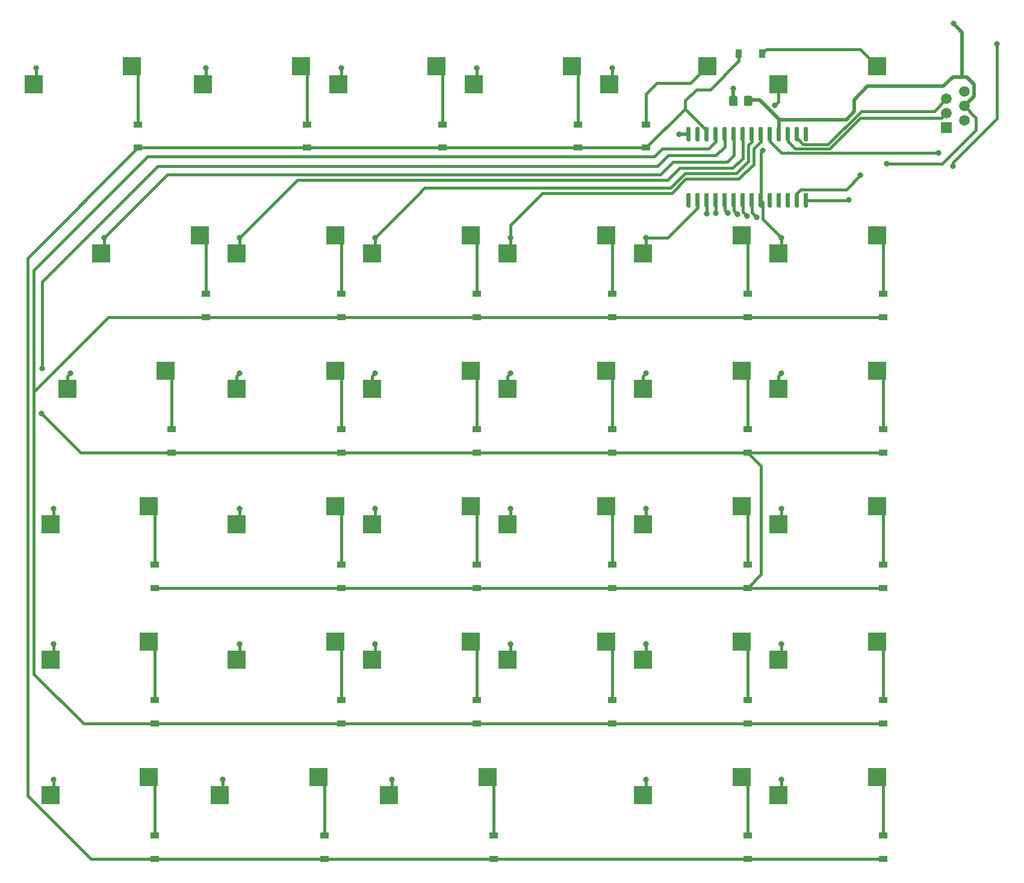
<source format=gbl>
G04 #@! TF.GenerationSoftware,KiCad,Pcbnew,5.1.12-1.fc34*
G04 #@! TF.CreationDate,2021-12-19T19:02:19+02:00*
G04 #@! TF.ProjectId,slash_left,736c6173-685f-46c6-9566-742e6b696361,rev?*
G04 #@! TF.SameCoordinates,Original*
G04 #@! TF.FileFunction,Copper,L2,Bot*
G04 #@! TF.FilePolarity,Positive*
%FSLAX46Y46*%
G04 Gerber Fmt 4.6, Leading zero omitted, Abs format (unit mm)*
G04 Created by KiCad (PCBNEW 5.1.12-1.fc34) date 2021-12-19 19:02:19*
%MOMM*%
%LPD*%
G01*
G04 APERTURE LIST*
G04 #@! TA.AperFunction,SMDPad,CuDef*
%ADD10R,2.550000X2.500000*%
G04 #@! TD*
G04 #@! TA.AperFunction,ComponentPad*
%ADD11R,1.520000X1.520000*%
G04 #@! TD*
G04 #@! TA.AperFunction,ComponentPad*
%ADD12C,1.520000*%
G04 #@! TD*
G04 #@! TA.AperFunction,SMDPad,CuDef*
%ADD13R,1.200000X0.900000*%
G04 #@! TD*
G04 #@! TA.AperFunction,SMDPad,CuDef*
%ADD14R,0.900000X1.200000*%
G04 #@! TD*
G04 #@! TA.AperFunction,ViaPad*
%ADD15C,0.800000*%
G04 #@! TD*
G04 #@! TA.AperFunction,Conductor*
%ADD16C,0.500000*%
G04 #@! TD*
G04 #@! TA.AperFunction,Conductor*
%ADD17C,0.400000*%
G04 #@! TD*
G04 APERTURE END LIST*
D10*
X97215000Y-92710000D03*
X111065000Y-90170000D03*
G04 #@! TA.AperFunction,SMDPad,CuDef*
G36*
G01*
X122535000Y-46105000D02*
X122835000Y-46105000D01*
G75*
G02*
X122985000Y-46255000I0J-150000D01*
G01*
X122985000Y-48005000D01*
G75*
G02*
X122835000Y-48155000I-150000J0D01*
G01*
X122535000Y-48155000D01*
G75*
G02*
X122385000Y-48005000I0J150000D01*
G01*
X122385000Y-46255000D01*
G75*
G02*
X122535000Y-46105000I150000J0D01*
G01*
G37*
G04 #@! TD.AperFunction*
G04 #@! TA.AperFunction,SMDPad,CuDef*
G36*
G01*
X123805000Y-46105000D02*
X124105000Y-46105000D01*
G75*
G02*
X124255000Y-46255000I0J-150000D01*
G01*
X124255000Y-48005000D01*
G75*
G02*
X124105000Y-48155000I-150000J0D01*
G01*
X123805000Y-48155000D01*
G75*
G02*
X123655000Y-48005000I0J150000D01*
G01*
X123655000Y-46255000D01*
G75*
G02*
X123805000Y-46105000I150000J0D01*
G01*
G37*
G04 #@! TD.AperFunction*
G04 #@! TA.AperFunction,SMDPad,CuDef*
G36*
G01*
X125075000Y-46105000D02*
X125375000Y-46105000D01*
G75*
G02*
X125525000Y-46255000I0J-150000D01*
G01*
X125525000Y-48005000D01*
G75*
G02*
X125375000Y-48155000I-150000J0D01*
G01*
X125075000Y-48155000D01*
G75*
G02*
X124925000Y-48005000I0J150000D01*
G01*
X124925000Y-46255000D01*
G75*
G02*
X125075000Y-46105000I150000J0D01*
G01*
G37*
G04 #@! TD.AperFunction*
G04 #@! TA.AperFunction,SMDPad,CuDef*
G36*
G01*
X126345000Y-46105000D02*
X126645000Y-46105000D01*
G75*
G02*
X126795000Y-46255000I0J-150000D01*
G01*
X126795000Y-48005000D01*
G75*
G02*
X126645000Y-48155000I-150000J0D01*
G01*
X126345000Y-48155000D01*
G75*
G02*
X126195000Y-48005000I0J150000D01*
G01*
X126195000Y-46255000D01*
G75*
G02*
X126345000Y-46105000I150000J0D01*
G01*
G37*
G04 #@! TD.AperFunction*
G04 #@! TA.AperFunction,SMDPad,CuDef*
G36*
G01*
X127615000Y-46105000D02*
X127915000Y-46105000D01*
G75*
G02*
X128065000Y-46255000I0J-150000D01*
G01*
X128065000Y-48005000D01*
G75*
G02*
X127915000Y-48155000I-150000J0D01*
G01*
X127615000Y-48155000D01*
G75*
G02*
X127465000Y-48005000I0J150000D01*
G01*
X127465000Y-46255000D01*
G75*
G02*
X127615000Y-46105000I150000J0D01*
G01*
G37*
G04 #@! TD.AperFunction*
G04 #@! TA.AperFunction,SMDPad,CuDef*
G36*
G01*
X128885000Y-46105000D02*
X129185000Y-46105000D01*
G75*
G02*
X129335000Y-46255000I0J-150000D01*
G01*
X129335000Y-48005000D01*
G75*
G02*
X129185000Y-48155000I-150000J0D01*
G01*
X128885000Y-48155000D01*
G75*
G02*
X128735000Y-48005000I0J150000D01*
G01*
X128735000Y-46255000D01*
G75*
G02*
X128885000Y-46105000I150000J0D01*
G01*
G37*
G04 #@! TD.AperFunction*
G04 #@! TA.AperFunction,SMDPad,CuDef*
G36*
G01*
X130155000Y-46105000D02*
X130455000Y-46105000D01*
G75*
G02*
X130605000Y-46255000I0J-150000D01*
G01*
X130605000Y-48005000D01*
G75*
G02*
X130455000Y-48155000I-150000J0D01*
G01*
X130155000Y-48155000D01*
G75*
G02*
X130005000Y-48005000I0J150000D01*
G01*
X130005000Y-46255000D01*
G75*
G02*
X130155000Y-46105000I150000J0D01*
G01*
G37*
G04 #@! TD.AperFunction*
G04 #@! TA.AperFunction,SMDPad,CuDef*
G36*
G01*
X131425000Y-46105000D02*
X131725000Y-46105000D01*
G75*
G02*
X131875000Y-46255000I0J-150000D01*
G01*
X131875000Y-48005000D01*
G75*
G02*
X131725000Y-48155000I-150000J0D01*
G01*
X131425000Y-48155000D01*
G75*
G02*
X131275000Y-48005000I0J150000D01*
G01*
X131275000Y-46255000D01*
G75*
G02*
X131425000Y-46105000I150000J0D01*
G01*
G37*
G04 #@! TD.AperFunction*
G04 #@! TA.AperFunction,SMDPad,CuDef*
G36*
G01*
X132695000Y-46105000D02*
X132995000Y-46105000D01*
G75*
G02*
X133145000Y-46255000I0J-150000D01*
G01*
X133145000Y-48005000D01*
G75*
G02*
X132995000Y-48155000I-150000J0D01*
G01*
X132695000Y-48155000D01*
G75*
G02*
X132545000Y-48005000I0J150000D01*
G01*
X132545000Y-46255000D01*
G75*
G02*
X132695000Y-46105000I150000J0D01*
G01*
G37*
G04 #@! TD.AperFunction*
G04 #@! TA.AperFunction,SMDPad,CuDef*
G36*
G01*
X133965000Y-46105000D02*
X134265000Y-46105000D01*
G75*
G02*
X134415000Y-46255000I0J-150000D01*
G01*
X134415000Y-48005000D01*
G75*
G02*
X134265000Y-48155000I-150000J0D01*
G01*
X133965000Y-48155000D01*
G75*
G02*
X133815000Y-48005000I0J150000D01*
G01*
X133815000Y-46255000D01*
G75*
G02*
X133965000Y-46105000I150000J0D01*
G01*
G37*
G04 #@! TD.AperFunction*
G04 #@! TA.AperFunction,SMDPad,CuDef*
G36*
G01*
X135235000Y-46105000D02*
X135535000Y-46105000D01*
G75*
G02*
X135685000Y-46255000I0J-150000D01*
G01*
X135685000Y-48005000D01*
G75*
G02*
X135535000Y-48155000I-150000J0D01*
G01*
X135235000Y-48155000D01*
G75*
G02*
X135085000Y-48005000I0J150000D01*
G01*
X135085000Y-46255000D01*
G75*
G02*
X135235000Y-46105000I150000J0D01*
G01*
G37*
G04 #@! TD.AperFunction*
G04 #@! TA.AperFunction,SMDPad,CuDef*
G36*
G01*
X136505000Y-46105000D02*
X136805000Y-46105000D01*
G75*
G02*
X136955000Y-46255000I0J-150000D01*
G01*
X136955000Y-48005000D01*
G75*
G02*
X136805000Y-48155000I-150000J0D01*
G01*
X136505000Y-48155000D01*
G75*
G02*
X136355000Y-48005000I0J150000D01*
G01*
X136355000Y-46255000D01*
G75*
G02*
X136505000Y-46105000I150000J0D01*
G01*
G37*
G04 #@! TD.AperFunction*
G04 #@! TA.AperFunction,SMDPad,CuDef*
G36*
G01*
X137775000Y-46105000D02*
X138075000Y-46105000D01*
G75*
G02*
X138225000Y-46255000I0J-150000D01*
G01*
X138225000Y-48005000D01*
G75*
G02*
X138075000Y-48155000I-150000J0D01*
G01*
X137775000Y-48155000D01*
G75*
G02*
X137625000Y-48005000I0J150000D01*
G01*
X137625000Y-46255000D01*
G75*
G02*
X137775000Y-46105000I150000J0D01*
G01*
G37*
G04 #@! TD.AperFunction*
G04 #@! TA.AperFunction,SMDPad,CuDef*
G36*
G01*
X139045000Y-46105000D02*
X139345000Y-46105000D01*
G75*
G02*
X139495000Y-46255000I0J-150000D01*
G01*
X139495000Y-48005000D01*
G75*
G02*
X139345000Y-48155000I-150000J0D01*
G01*
X139045000Y-48155000D01*
G75*
G02*
X138895000Y-48005000I0J150000D01*
G01*
X138895000Y-46255000D01*
G75*
G02*
X139045000Y-46105000I150000J0D01*
G01*
G37*
G04 #@! TD.AperFunction*
G04 #@! TA.AperFunction,SMDPad,CuDef*
G36*
G01*
X139045000Y-36805000D02*
X139345000Y-36805000D01*
G75*
G02*
X139495000Y-36955000I0J-150000D01*
G01*
X139495000Y-38705000D01*
G75*
G02*
X139345000Y-38855000I-150000J0D01*
G01*
X139045000Y-38855000D01*
G75*
G02*
X138895000Y-38705000I0J150000D01*
G01*
X138895000Y-36955000D01*
G75*
G02*
X139045000Y-36805000I150000J0D01*
G01*
G37*
G04 #@! TD.AperFunction*
G04 #@! TA.AperFunction,SMDPad,CuDef*
G36*
G01*
X137775000Y-36805000D02*
X138075000Y-36805000D01*
G75*
G02*
X138225000Y-36955000I0J-150000D01*
G01*
X138225000Y-38705000D01*
G75*
G02*
X138075000Y-38855000I-150000J0D01*
G01*
X137775000Y-38855000D01*
G75*
G02*
X137625000Y-38705000I0J150000D01*
G01*
X137625000Y-36955000D01*
G75*
G02*
X137775000Y-36805000I150000J0D01*
G01*
G37*
G04 #@! TD.AperFunction*
G04 #@! TA.AperFunction,SMDPad,CuDef*
G36*
G01*
X136505000Y-36805000D02*
X136805000Y-36805000D01*
G75*
G02*
X136955000Y-36955000I0J-150000D01*
G01*
X136955000Y-38705000D01*
G75*
G02*
X136805000Y-38855000I-150000J0D01*
G01*
X136505000Y-38855000D01*
G75*
G02*
X136355000Y-38705000I0J150000D01*
G01*
X136355000Y-36955000D01*
G75*
G02*
X136505000Y-36805000I150000J0D01*
G01*
G37*
G04 #@! TD.AperFunction*
G04 #@! TA.AperFunction,SMDPad,CuDef*
G36*
G01*
X135235000Y-36805000D02*
X135535000Y-36805000D01*
G75*
G02*
X135685000Y-36955000I0J-150000D01*
G01*
X135685000Y-38705000D01*
G75*
G02*
X135535000Y-38855000I-150000J0D01*
G01*
X135235000Y-38855000D01*
G75*
G02*
X135085000Y-38705000I0J150000D01*
G01*
X135085000Y-36955000D01*
G75*
G02*
X135235000Y-36805000I150000J0D01*
G01*
G37*
G04 #@! TD.AperFunction*
G04 #@! TA.AperFunction,SMDPad,CuDef*
G36*
G01*
X133965000Y-36805000D02*
X134265000Y-36805000D01*
G75*
G02*
X134415000Y-36955000I0J-150000D01*
G01*
X134415000Y-38705000D01*
G75*
G02*
X134265000Y-38855000I-150000J0D01*
G01*
X133965000Y-38855000D01*
G75*
G02*
X133815000Y-38705000I0J150000D01*
G01*
X133815000Y-36955000D01*
G75*
G02*
X133965000Y-36805000I150000J0D01*
G01*
G37*
G04 #@! TD.AperFunction*
G04 #@! TA.AperFunction,SMDPad,CuDef*
G36*
G01*
X132695000Y-36805000D02*
X132995000Y-36805000D01*
G75*
G02*
X133145000Y-36955000I0J-150000D01*
G01*
X133145000Y-38705000D01*
G75*
G02*
X132995000Y-38855000I-150000J0D01*
G01*
X132695000Y-38855000D01*
G75*
G02*
X132545000Y-38705000I0J150000D01*
G01*
X132545000Y-36955000D01*
G75*
G02*
X132695000Y-36805000I150000J0D01*
G01*
G37*
G04 #@! TD.AperFunction*
G04 #@! TA.AperFunction,SMDPad,CuDef*
G36*
G01*
X131425000Y-36805000D02*
X131725000Y-36805000D01*
G75*
G02*
X131875000Y-36955000I0J-150000D01*
G01*
X131875000Y-38705000D01*
G75*
G02*
X131725000Y-38855000I-150000J0D01*
G01*
X131425000Y-38855000D01*
G75*
G02*
X131275000Y-38705000I0J150000D01*
G01*
X131275000Y-36955000D01*
G75*
G02*
X131425000Y-36805000I150000J0D01*
G01*
G37*
G04 #@! TD.AperFunction*
G04 #@! TA.AperFunction,SMDPad,CuDef*
G36*
G01*
X130155000Y-36805000D02*
X130455000Y-36805000D01*
G75*
G02*
X130605000Y-36955000I0J-150000D01*
G01*
X130605000Y-38705000D01*
G75*
G02*
X130455000Y-38855000I-150000J0D01*
G01*
X130155000Y-38855000D01*
G75*
G02*
X130005000Y-38705000I0J150000D01*
G01*
X130005000Y-36955000D01*
G75*
G02*
X130155000Y-36805000I150000J0D01*
G01*
G37*
G04 #@! TD.AperFunction*
G04 #@! TA.AperFunction,SMDPad,CuDef*
G36*
G01*
X128885000Y-36805000D02*
X129185000Y-36805000D01*
G75*
G02*
X129335000Y-36955000I0J-150000D01*
G01*
X129335000Y-38705000D01*
G75*
G02*
X129185000Y-38855000I-150000J0D01*
G01*
X128885000Y-38855000D01*
G75*
G02*
X128735000Y-38705000I0J150000D01*
G01*
X128735000Y-36955000D01*
G75*
G02*
X128885000Y-36805000I150000J0D01*
G01*
G37*
G04 #@! TD.AperFunction*
G04 #@! TA.AperFunction,SMDPad,CuDef*
G36*
G01*
X127615000Y-36805000D02*
X127915000Y-36805000D01*
G75*
G02*
X128065000Y-36955000I0J-150000D01*
G01*
X128065000Y-38705000D01*
G75*
G02*
X127915000Y-38855000I-150000J0D01*
G01*
X127615000Y-38855000D01*
G75*
G02*
X127465000Y-38705000I0J150000D01*
G01*
X127465000Y-36955000D01*
G75*
G02*
X127615000Y-36805000I150000J0D01*
G01*
G37*
G04 #@! TD.AperFunction*
G04 #@! TA.AperFunction,SMDPad,CuDef*
G36*
G01*
X126345000Y-36805000D02*
X126645000Y-36805000D01*
G75*
G02*
X126795000Y-36955000I0J-150000D01*
G01*
X126795000Y-38705000D01*
G75*
G02*
X126645000Y-38855000I-150000J0D01*
G01*
X126345000Y-38855000D01*
G75*
G02*
X126195000Y-38705000I0J150000D01*
G01*
X126195000Y-36955000D01*
G75*
G02*
X126345000Y-36805000I150000J0D01*
G01*
G37*
G04 #@! TD.AperFunction*
G04 #@! TA.AperFunction,SMDPad,CuDef*
G36*
G01*
X125075000Y-36805000D02*
X125375000Y-36805000D01*
G75*
G02*
X125525000Y-36955000I0J-150000D01*
G01*
X125525000Y-38705000D01*
G75*
G02*
X125375000Y-38855000I-150000J0D01*
G01*
X125075000Y-38855000D01*
G75*
G02*
X124925000Y-38705000I0J150000D01*
G01*
X124925000Y-36955000D01*
G75*
G02*
X125075000Y-36805000I150000J0D01*
G01*
G37*
G04 #@! TD.AperFunction*
G04 #@! TA.AperFunction,SMDPad,CuDef*
G36*
G01*
X123805000Y-36805000D02*
X124105000Y-36805000D01*
G75*
G02*
X124255000Y-36955000I0J-150000D01*
G01*
X124255000Y-38705000D01*
G75*
G02*
X124105000Y-38855000I-150000J0D01*
G01*
X123805000Y-38855000D01*
G75*
G02*
X123655000Y-38705000I0J150000D01*
G01*
X123655000Y-36955000D01*
G75*
G02*
X123805000Y-36805000I150000J0D01*
G01*
G37*
G04 #@! TD.AperFunction*
G04 #@! TA.AperFunction,SMDPad,CuDef*
G36*
G01*
X122535000Y-36805000D02*
X122835000Y-36805000D01*
G75*
G02*
X122985000Y-36955000I0J-150000D01*
G01*
X122985000Y-38705000D01*
G75*
G02*
X122835000Y-38855000I-150000J0D01*
G01*
X122535000Y-38855000D01*
G75*
G02*
X122385000Y-38705000I0J150000D01*
G01*
X122385000Y-36955000D01*
G75*
G02*
X122535000Y-36805000I150000J0D01*
G01*
G37*
G04 #@! TD.AperFunction*
X135315000Y-130810000D03*
X149165000Y-128270000D03*
X116265000Y-130810000D03*
X130115000Y-128270000D03*
X80546250Y-130810000D03*
X94396250Y-128270000D03*
X56733750Y-130810000D03*
X70583750Y-128270000D03*
X32921250Y-130810000D03*
X46771250Y-128270000D03*
X135315000Y-111760000D03*
X149165000Y-109220000D03*
X116265000Y-111760000D03*
X130115000Y-109220000D03*
X97215000Y-111760000D03*
X111065000Y-109220000D03*
X78165000Y-111760000D03*
X92015000Y-109220000D03*
X59115000Y-111760000D03*
X72965000Y-109220000D03*
X32921250Y-111760000D03*
X46771250Y-109220000D03*
X135315000Y-92710000D03*
X149165000Y-90170000D03*
X116265000Y-92710000D03*
X130115000Y-90170000D03*
X78165000Y-92710000D03*
X92015000Y-90170000D03*
X59115000Y-92710000D03*
X72965000Y-90170000D03*
X32921250Y-92710000D03*
X46771250Y-90170000D03*
X135315000Y-73660000D03*
X149165000Y-71120000D03*
X116265000Y-73660000D03*
X130115000Y-71120000D03*
X97215000Y-73660000D03*
X111065000Y-71120000D03*
X78165000Y-73660000D03*
X92015000Y-71120000D03*
X59115000Y-73660000D03*
X72965000Y-71120000D03*
X35302500Y-73660000D03*
X49152500Y-71120000D03*
X135315000Y-54610000D03*
X149165000Y-52070000D03*
X116265000Y-54610000D03*
X130115000Y-52070000D03*
X97215000Y-54610000D03*
X111065000Y-52070000D03*
X78165000Y-54610000D03*
X92015000Y-52070000D03*
X59115000Y-54610000D03*
X72965000Y-52070000D03*
X40065000Y-54610000D03*
X53915000Y-52070000D03*
X135315000Y-30797500D03*
X149165000Y-28257500D03*
X111502500Y-30797500D03*
X125352500Y-28257500D03*
X92452500Y-30797500D03*
X106302500Y-28257500D03*
X73402500Y-30797500D03*
X87252500Y-28257500D03*
X54352500Y-30797500D03*
X68202500Y-28257500D03*
X30540000Y-30797500D03*
X44390000Y-28257500D03*
D11*
X158930000Y-36940000D03*
D12*
X161470000Y-35920000D03*
X158930000Y-34900000D03*
X161470000Y-33880000D03*
X158930000Y-32860000D03*
X161470000Y-31840000D03*
D13*
X150018750Y-136462500D03*
X150018750Y-139762500D03*
X130968750Y-136462500D03*
X130968750Y-139762500D03*
X95250000Y-136462500D03*
X95250000Y-139762500D03*
X71437500Y-136462500D03*
X71437500Y-139762500D03*
X47625000Y-136462500D03*
X47625000Y-139762500D03*
X150018750Y-117412500D03*
X150018750Y-120712500D03*
X130968750Y-117412500D03*
X130968750Y-120712500D03*
X111918750Y-117412500D03*
X111918750Y-120712500D03*
X92868750Y-117412500D03*
X92868750Y-120712500D03*
X73818750Y-117412500D03*
X73818750Y-120712500D03*
X47625000Y-117412500D03*
X47625000Y-120712500D03*
X150018750Y-98362500D03*
X150018750Y-101662500D03*
X130968750Y-98362500D03*
X130968750Y-101662500D03*
X111918750Y-98362500D03*
X111918750Y-101662500D03*
X92868750Y-98362500D03*
X92868750Y-101662500D03*
X73818750Y-98362500D03*
X73818750Y-101662500D03*
X47625000Y-98362500D03*
X47625000Y-101662500D03*
X150018750Y-79312500D03*
X150018750Y-82612500D03*
X130968750Y-79312500D03*
X130968750Y-82612500D03*
X111918750Y-79312500D03*
X111918750Y-82612500D03*
X92868750Y-79312500D03*
X92868750Y-82612500D03*
X73818750Y-79312500D03*
X73818750Y-82612500D03*
X50006250Y-79312500D03*
X50006250Y-82612500D03*
X150018750Y-60262500D03*
X150018750Y-63562500D03*
X130968750Y-60262500D03*
X130968750Y-63562500D03*
X111918750Y-60262500D03*
X111918750Y-63562500D03*
X92868750Y-60262500D03*
X92868750Y-63562500D03*
X73818750Y-60262500D03*
X73818750Y-63562500D03*
X54768750Y-60262500D03*
X54768750Y-63562500D03*
D14*
X133020000Y-26530000D03*
X129720000Y-26530000D03*
D13*
X116681250Y-36450000D03*
X116681250Y-39750000D03*
X107156250Y-36450000D03*
X107156250Y-39750000D03*
X88106250Y-36450000D03*
X88106250Y-39750000D03*
X69056250Y-36450000D03*
X69056250Y-39750000D03*
X45243750Y-36450000D03*
X45243750Y-39750000D03*
G04 #@! TA.AperFunction,SMDPad,CuDef*
G36*
G01*
X129560000Y-32685000D02*
X129560000Y-33635000D01*
G75*
G02*
X129310000Y-33885000I-250000J0D01*
G01*
X128635000Y-33885000D01*
G75*
G02*
X128385000Y-33635000I0J250000D01*
G01*
X128385000Y-32685000D01*
G75*
G02*
X128635000Y-32435000I250000J0D01*
G01*
X129310000Y-32435000D01*
G75*
G02*
X129560000Y-32685000I0J-250000D01*
G01*
G37*
G04 #@! TD.AperFunction*
G04 #@! TA.AperFunction,SMDPad,CuDef*
G36*
G01*
X131635000Y-32685000D02*
X131635000Y-33635000D01*
G75*
G02*
X131385000Y-33885000I-250000J0D01*
G01*
X130710000Y-33885000D01*
G75*
G02*
X130460000Y-33635000I0J250000D01*
G01*
X130460000Y-32685000D01*
G75*
G02*
X130710000Y-32435000I250000J0D01*
G01*
X131385000Y-32435000D01*
G75*
G02*
X131635000Y-32685000I0J-250000D01*
G01*
G37*
G04 #@! TD.AperFunction*
D15*
X121360000Y-37850000D03*
X128990000Y-31430000D03*
X159920000Y-22280000D03*
X150570000Y-42000000D03*
X31700000Y-77150000D03*
X31780000Y-70800000D03*
X157864971Y-40455029D03*
X159890000Y-42360000D03*
X166060000Y-25180000D03*
X146860000Y-43620000D03*
X145210000Y-47100000D03*
X35718750Y-71437500D03*
X40481250Y-52387500D03*
X30956250Y-28575000D03*
X59531250Y-71437500D03*
X59531250Y-52387500D03*
X54768750Y-28575000D03*
X78581250Y-71437500D03*
X78581250Y-52387500D03*
X73818750Y-28575000D03*
X97631250Y-71437500D03*
X97631250Y-52387500D03*
X92868750Y-28575000D03*
X116681250Y-71437500D03*
X116681250Y-52387500D03*
X111918750Y-28575000D03*
X135731250Y-71437500D03*
X135731250Y-52387500D03*
X134790000Y-33760000D03*
X133130000Y-40150000D03*
X33337500Y-90487500D03*
X33337500Y-109537500D03*
X33337500Y-128587500D03*
X125210000Y-49030000D03*
X59531250Y-90487500D03*
X59531250Y-109537500D03*
X57150000Y-128587500D03*
X126510000Y-48930000D03*
X78581250Y-90487500D03*
X78581250Y-109537500D03*
X80962500Y-128587500D03*
X128218528Y-48941472D03*
X97631250Y-90487500D03*
X97631250Y-109537500D03*
X129554214Y-49145786D03*
X116681250Y-90487500D03*
X116681250Y-109537500D03*
X116681250Y-128587500D03*
X130930000Y-49380000D03*
X135731250Y-128587500D03*
X135731250Y-109537500D03*
X135731250Y-90487500D03*
X132260000Y-49520000D03*
D16*
X121380000Y-37830000D02*
X121360000Y-37850000D01*
X122685000Y-37830000D02*
X121380000Y-37830000D01*
X128972500Y-31447500D02*
X128990000Y-31430000D01*
X128972500Y-33160000D02*
X128972500Y-31447500D01*
X135385000Y-37830000D02*
X135385000Y-35735000D01*
X132687500Y-33037500D02*
X131000000Y-33037500D01*
X135385000Y-35735000D02*
X132687500Y-33037500D01*
X159920000Y-22280000D02*
X161170000Y-23530000D01*
X145960000Y-34660000D02*
X144838599Y-35781401D01*
X145960000Y-33010000D02*
X145960000Y-34660000D01*
X147860000Y-31110000D02*
X145960000Y-33010000D01*
X144838599Y-35781401D02*
X135431401Y-35781401D01*
X135431401Y-35781401D02*
X135385000Y-35735000D01*
X158540000Y-31110000D02*
X147860000Y-31110000D01*
X161470000Y-33880000D02*
X162850000Y-32500000D01*
X162850000Y-32500000D02*
X162850000Y-30800000D01*
X162850000Y-30800000D02*
X161830000Y-29780000D01*
X159870000Y-29780000D02*
X158540000Y-31110000D01*
X161170000Y-29730000D02*
X161120000Y-29780000D01*
X161170000Y-23530000D02*
X161170000Y-29730000D01*
X161120000Y-29780000D02*
X159870000Y-29780000D01*
X161830000Y-29780000D02*
X161120000Y-29780000D01*
D17*
X163120000Y-37240000D02*
X163120000Y-35530000D01*
X163120000Y-35530000D02*
X161470000Y-33880000D01*
X158360000Y-42000000D02*
X163120000Y-37240000D01*
X150570000Y-42000000D02*
X158360000Y-42000000D01*
X45243750Y-29111250D02*
X44390000Y-28257500D01*
X45243750Y-36450000D02*
X45243750Y-29111250D01*
X150018750Y-139762500D02*
X130968750Y-139762500D01*
X130968750Y-139762500D02*
X95250000Y-139762500D01*
X95250000Y-139762500D02*
X71437500Y-139762500D01*
X71437500Y-139762500D02*
X47625000Y-139762500D01*
X45243750Y-39750000D02*
X69056250Y-39750000D01*
X88106250Y-39750000D02*
X69056250Y-39750000D01*
X107156250Y-39750000D02*
X88106250Y-39750000D01*
X29720000Y-55273750D02*
X45243750Y-39750000D01*
X29720000Y-130853752D02*
X29720000Y-55273750D01*
X38628748Y-139762500D02*
X29720000Y-130853752D01*
X47625000Y-139762500D02*
X38628748Y-139762500D01*
X107156250Y-39750000D02*
X116681250Y-39750000D01*
X122180000Y-34251250D02*
X116681250Y-39750000D01*
X122180000Y-33140000D02*
X122180000Y-34251250D01*
X123770000Y-31550000D02*
X122180000Y-33140000D01*
X125700000Y-31550000D02*
X123770000Y-31550000D01*
X129720000Y-27530000D02*
X125700000Y-31550000D01*
X129720000Y-26530000D02*
X129720000Y-27530000D01*
X125225000Y-37296250D02*
X125225000Y-37830000D01*
X122180000Y-34251250D02*
X125225000Y-37296250D01*
X69056250Y-29111250D02*
X68202500Y-28257500D01*
X69056250Y-36450000D02*
X69056250Y-29111250D01*
X88106250Y-29111250D02*
X87252500Y-28257500D01*
X88106250Y-36450000D02*
X88106250Y-29111250D01*
X107156250Y-29111250D02*
X106302500Y-28257500D01*
X107156250Y-36450000D02*
X107156250Y-29111250D01*
X118210000Y-30630000D02*
X122980000Y-30630000D01*
X116668599Y-32171401D02*
X118210000Y-30630000D01*
X116668599Y-36437349D02*
X116668599Y-32171401D01*
X122980000Y-30630000D02*
X125352500Y-28257500D01*
X116681250Y-36450000D02*
X116668599Y-36437349D01*
X133630000Y-25920000D02*
X133020000Y-26530000D01*
X146827500Y-25920000D02*
X133630000Y-25920000D01*
X149165000Y-28257500D02*
X146827500Y-25920000D01*
X54768750Y-52923750D02*
X53915000Y-52070000D01*
X54768750Y-60262500D02*
X54768750Y-52923750D01*
X47625000Y-120712500D02*
X73818750Y-120712500D01*
X92868750Y-120712500D02*
X73818750Y-120712500D01*
X111918750Y-120712500D02*
X92868750Y-120712500D01*
X130968750Y-120712500D02*
X111918750Y-120712500D01*
X150018750Y-120712500D02*
X130968750Y-120712500D01*
X150018750Y-63562500D02*
X130968750Y-63562500D01*
X130968750Y-63562500D02*
X111918750Y-63562500D01*
X111918750Y-63562500D02*
X92868750Y-63562500D01*
X92868750Y-63562500D02*
X73818750Y-63562500D01*
X73818750Y-63562500D02*
X54768750Y-63562500D01*
X41107500Y-63562500D02*
X54768750Y-63562500D01*
X30610000Y-113750000D02*
X30610000Y-74060000D01*
X37572500Y-120712500D02*
X30610000Y-113750000D01*
X47625000Y-120712500D02*
X37572500Y-120712500D01*
X37345000Y-67325000D02*
X41107500Y-63562500D01*
X32425000Y-72245000D02*
X37345000Y-67325000D01*
X30610000Y-74060000D02*
X32425000Y-72245000D01*
X32425000Y-72245000D02*
X32410000Y-72230000D01*
X30610000Y-57020000D02*
X30610000Y-74060000D01*
X46610000Y-41020000D02*
X30610000Y-57020000D01*
X126495000Y-37830000D02*
X126495000Y-38855000D01*
X126495000Y-38855000D02*
X125460000Y-39890000D01*
X119000000Y-39890000D02*
X117870000Y-41020000D01*
X125460000Y-39890000D02*
X119000000Y-39890000D01*
X117870000Y-41020000D02*
X46610000Y-41020000D01*
X73818750Y-52923750D02*
X72965000Y-52070000D01*
X73818750Y-60262500D02*
X73818750Y-52923750D01*
X92868750Y-52923750D02*
X92015000Y-52070000D01*
X92868750Y-60262500D02*
X92868750Y-52923750D01*
X111918750Y-52923750D02*
X111065000Y-52070000D01*
X111918750Y-60262500D02*
X111918750Y-52923750D01*
X130968750Y-52923750D02*
X130115000Y-52070000D01*
X130968750Y-60262500D02*
X130968750Y-52923750D01*
X150018750Y-52923750D02*
X149165000Y-52070000D01*
X150018750Y-60262500D02*
X150018750Y-52923750D01*
X50006250Y-71973750D02*
X49152500Y-71120000D01*
X50006250Y-79312500D02*
X50006250Y-71973750D01*
X150018750Y-101662500D02*
X130968750Y-101662500D01*
X130968750Y-101662500D02*
X111918750Y-101662500D01*
X111918750Y-101662500D02*
X92868750Y-101662500D01*
X92868750Y-101662500D02*
X73818750Y-101662500D01*
X73818750Y-101662500D02*
X47625000Y-101662500D01*
X50006250Y-82612500D02*
X73818750Y-82612500D01*
X73818750Y-82612500D02*
X92868750Y-82612500D01*
X111918750Y-82612500D02*
X92868750Y-82612500D01*
X130968750Y-82612500D02*
X111918750Y-82612500D01*
X130968750Y-82612500D02*
X150018750Y-82612500D01*
X132870000Y-84513750D02*
X130968750Y-82612500D01*
X132870000Y-99761250D02*
X132870000Y-84513750D01*
X130968750Y-101662500D02*
X132870000Y-99761250D01*
X37162500Y-82612500D02*
X31700000Y-77150000D01*
X50006250Y-82612500D02*
X37162500Y-82612500D01*
X48020000Y-42320000D02*
X31780000Y-58560000D01*
X31780000Y-58560000D02*
X31780000Y-70800000D01*
X118320000Y-42320000D02*
X48020000Y-42320000D01*
X119820000Y-40820000D02*
X118320000Y-42320000D01*
X126530000Y-40820000D02*
X119820000Y-40820000D01*
X127765000Y-39585000D02*
X126530000Y-40820000D01*
X127765000Y-37830000D02*
X127765000Y-39585000D01*
X73818750Y-71973750D02*
X72965000Y-71120000D01*
X73818750Y-79312500D02*
X73818750Y-71973750D01*
X92868750Y-71973750D02*
X92015000Y-71120000D01*
X92868750Y-79312500D02*
X92868750Y-71973750D01*
X111918750Y-71973750D02*
X111065000Y-71120000D01*
X111918750Y-79312500D02*
X111918750Y-71973750D01*
X130968750Y-71973750D02*
X130115000Y-71120000D01*
X130968750Y-79312500D02*
X130968750Y-71973750D01*
X150018750Y-71973750D02*
X149165000Y-71120000D01*
X150018750Y-79312500D02*
X150018750Y-71973750D01*
X47625000Y-91023750D02*
X46771250Y-90170000D01*
X47625000Y-98362500D02*
X47625000Y-91023750D01*
X73818750Y-91023750D02*
X73818750Y-98362500D01*
X72965000Y-90170000D02*
X73818750Y-91023750D01*
X92868750Y-91023750D02*
X92015000Y-90170000D01*
X92868750Y-98362500D02*
X92868750Y-91023750D01*
X111918750Y-91023750D02*
X111065000Y-90170000D01*
X111918750Y-98362500D02*
X111918750Y-91023750D01*
X130968750Y-91023750D02*
X130115000Y-90170000D01*
X130968750Y-98362500D02*
X130968750Y-91023750D01*
X150018750Y-91023750D02*
X149165000Y-90170000D01*
X150018750Y-98362500D02*
X150018750Y-91023750D01*
X47625000Y-110073750D02*
X46771250Y-109220000D01*
X47625000Y-117412500D02*
X47625000Y-110073750D01*
X73818750Y-110073750D02*
X72965000Y-109220000D01*
X73818750Y-117412500D02*
X73818750Y-110073750D01*
X92868750Y-110073750D02*
X92015000Y-109220000D01*
X92868750Y-117412500D02*
X92868750Y-110073750D01*
X111918750Y-110073750D02*
X111065000Y-109220000D01*
X111918750Y-117412500D02*
X111918750Y-110073750D01*
X130968750Y-110073750D02*
X130115000Y-109220000D01*
X130968750Y-117412500D02*
X130968750Y-110073750D01*
X150018750Y-110073750D02*
X149165000Y-109220000D01*
X150018750Y-117412500D02*
X150018750Y-110073750D01*
X47625000Y-129123750D02*
X46771250Y-128270000D01*
X47625000Y-136462500D02*
X47625000Y-129123750D01*
X71437500Y-129123750D02*
X70583750Y-128270000D01*
X71437500Y-136462500D02*
X71437500Y-129123750D01*
X95250000Y-129123750D02*
X94396250Y-128270000D01*
X95250000Y-136462500D02*
X95250000Y-129123750D01*
X130968750Y-129123750D02*
X130115000Y-128270000D01*
X130968750Y-136462500D02*
X130968750Y-129123750D01*
X150018750Y-129123750D02*
X149165000Y-128270000D01*
X150018750Y-136462500D02*
X150018750Y-129123750D01*
X137925000Y-38362834D02*
X137925000Y-37830000D01*
X138817176Y-39255010D02*
X137925000Y-38362834D01*
X146950851Y-34588401D02*
X142284242Y-39255010D01*
X157201599Y-34588401D02*
X146950851Y-34588401D01*
X142284242Y-39255010D02*
X138817176Y-39255010D01*
X158930000Y-32860000D02*
X157201599Y-34588401D01*
X136655000Y-38855000D02*
X136655000Y-37830000D01*
X137655020Y-39855020D02*
X136655000Y-38855000D01*
X146787795Y-35599999D02*
X142532774Y-39855020D01*
X142532774Y-39855020D02*
X137655020Y-39855020D01*
X158230001Y-35599999D02*
X146787795Y-35599999D01*
X158930000Y-34900000D02*
X158230001Y-35599999D01*
X135715029Y-40455029D02*
X134115000Y-38855000D01*
X134115000Y-38855000D02*
X134115000Y-37830000D01*
X157864971Y-40455029D02*
X135715029Y-40455029D01*
X166060000Y-35624315D02*
X166060000Y-25180000D01*
X159890000Y-41794315D02*
X166060000Y-35624315D01*
X159890000Y-42360000D02*
X159890000Y-41794315D01*
X137925000Y-46105000D02*
X138430000Y-45600000D01*
X137925000Y-47130000D02*
X137925000Y-46105000D01*
X144880000Y-45600000D02*
X146860000Y-43620000D01*
X138430000Y-45600000D02*
X144880000Y-45600000D01*
X145180000Y-47130000D02*
X145210000Y-47100000D01*
X139195000Y-47130000D02*
X145180000Y-47130000D01*
X35302500Y-71853750D02*
X35718750Y-71437500D01*
X35302500Y-73660000D02*
X35302500Y-71853750D01*
X40481250Y-54193750D02*
X40065000Y-54610000D01*
X40481250Y-52387500D02*
X40481250Y-54193750D01*
X30956250Y-30381250D02*
X30540000Y-30797500D01*
X30956250Y-28575000D02*
X30956250Y-30381250D01*
X49358750Y-43510000D02*
X40481250Y-52387500D01*
X120530000Y-41730000D02*
X118750000Y-43510000D01*
X128100000Y-41730000D02*
X120530000Y-41730000D01*
X118750000Y-43510000D02*
X49358750Y-43510000D01*
X129035000Y-40795000D02*
X128100000Y-41730000D01*
X129035000Y-37830000D02*
X129035000Y-40795000D01*
X59115000Y-71853750D02*
X59531250Y-71437500D01*
X59115000Y-73660000D02*
X59115000Y-71853750D01*
X59531250Y-54193750D02*
X59115000Y-54610000D01*
X59531250Y-52387500D02*
X59531250Y-54193750D01*
X54768750Y-30381250D02*
X54352500Y-30797500D01*
X54768750Y-28575000D02*
X54768750Y-30381250D01*
X119730000Y-44290000D02*
X67628750Y-44290000D01*
X121420000Y-42600000D02*
X119730000Y-44290000D01*
X128900000Y-42600000D02*
X121420000Y-42600000D01*
X130305000Y-41195000D02*
X128900000Y-42600000D01*
X67628750Y-44290000D02*
X59531250Y-52387500D01*
X130305000Y-37830000D02*
X130305000Y-41195000D01*
X78165000Y-71853750D02*
X78581250Y-71437500D01*
X78165000Y-73660000D02*
X78165000Y-71853750D01*
X78581250Y-54193750D02*
X78165000Y-54610000D01*
X78581250Y-52387500D02*
X78581250Y-54193750D01*
X73818750Y-30381250D02*
X73402500Y-30797500D01*
X73818750Y-28575000D02*
X73818750Y-30381250D01*
X78581250Y-52387500D02*
X84468750Y-46500000D01*
X84468750Y-46500000D02*
X85548750Y-45420000D01*
X85548750Y-45420000D02*
X120150000Y-45420000D01*
X131575000Y-38855000D02*
X131070000Y-39360000D01*
X131575000Y-37830000D02*
X131575000Y-38855000D01*
X131070000Y-39360000D02*
X131070000Y-41670000D01*
X131070000Y-41670000D02*
X129370000Y-43370000D01*
X122200000Y-43370000D02*
X120150000Y-45420000D01*
X129370000Y-43370000D02*
X122200000Y-43370000D01*
X97215000Y-71853750D02*
X97631250Y-71437500D01*
X97215000Y-73660000D02*
X97215000Y-71853750D01*
X97631250Y-54193750D02*
X97215000Y-54610000D01*
X97631250Y-52387500D02*
X97631250Y-54193750D01*
X92868750Y-30381250D02*
X92452500Y-30797500D01*
X92868750Y-28575000D02*
X92868750Y-30381250D01*
X97631250Y-50618750D02*
X97631250Y-52387500D01*
X120300000Y-46150000D02*
X102100000Y-46150000D01*
X122310000Y-44140000D02*
X120300000Y-46150000D01*
X102100000Y-46150000D02*
X97631250Y-50618750D01*
X129710000Y-44140000D02*
X122310000Y-44140000D01*
X131795000Y-42055000D02*
X129710000Y-44140000D01*
X131795000Y-39905000D02*
X131795000Y-42055000D01*
X132845000Y-38855000D02*
X131795000Y-39905000D01*
X132845000Y-37830000D02*
X132845000Y-38855000D01*
X116265000Y-71853750D02*
X116681250Y-71437500D01*
X116265000Y-73660000D02*
X116265000Y-71853750D01*
X116681250Y-54193750D02*
X116265000Y-54610000D01*
X116681250Y-52387500D02*
X116681250Y-54193750D01*
X111918750Y-30381250D02*
X111502500Y-30797500D01*
X111918750Y-28575000D02*
X111918750Y-30381250D01*
X119722500Y-52387500D02*
X116681250Y-52387500D01*
X123955000Y-48155000D02*
X119722500Y-52387500D01*
X123955000Y-47130000D02*
X123955000Y-48155000D01*
X135315000Y-71853750D02*
X135731250Y-71437500D01*
X135315000Y-73660000D02*
X135315000Y-71853750D01*
X135731250Y-54193750D02*
X135315000Y-54610000D01*
X135731250Y-52387500D02*
X135731250Y-54193750D01*
X133145000Y-47430000D02*
X133145000Y-49801250D01*
X133145000Y-49801250D02*
X135731250Y-52387500D01*
X132845000Y-47130000D02*
X133145000Y-47430000D01*
X135315000Y-33235000D02*
X134790000Y-33760000D01*
X135315000Y-30797500D02*
X135315000Y-33235000D01*
X132850000Y-47125000D02*
X132845000Y-47130000D01*
X132850000Y-40430000D02*
X132850000Y-47125000D01*
X133130000Y-40150000D02*
X132850000Y-40430000D01*
X33337500Y-111343750D02*
X32921250Y-111760000D01*
X33337500Y-109537500D02*
X33337500Y-111343750D01*
X33337500Y-130393750D02*
X32921250Y-130810000D01*
X33337500Y-128587500D02*
X33337500Y-130393750D01*
X33337500Y-92293750D02*
X32921250Y-92710000D01*
X33337500Y-90487500D02*
X33337500Y-92293750D01*
X125225000Y-49015000D02*
X125210000Y-49030000D01*
X125225000Y-47130000D02*
X125225000Y-49015000D01*
X59531250Y-92293750D02*
X59115000Y-92710000D01*
X59531250Y-90487500D02*
X59531250Y-92293750D01*
X59531250Y-111343750D02*
X59115000Y-111760000D01*
X59531250Y-109537500D02*
X59531250Y-111343750D01*
X57150000Y-130393750D02*
X56733750Y-130810000D01*
X57150000Y-128587500D02*
X57150000Y-130393750D01*
X126495000Y-48915000D02*
X126510000Y-48930000D01*
X126495000Y-47130000D02*
X126495000Y-48915000D01*
X78581250Y-111343750D02*
X78165000Y-111760000D01*
X78581250Y-109537500D02*
X78581250Y-111343750D01*
X80962500Y-130393750D02*
X80546250Y-130810000D01*
X80962500Y-128587500D02*
X80962500Y-130393750D01*
X78581250Y-92293750D02*
X78165000Y-92710000D01*
X78581250Y-90487500D02*
X78581250Y-92293750D01*
X127765000Y-48487944D02*
X128218528Y-48941472D01*
X127765000Y-47130000D02*
X127765000Y-48487944D01*
X97631250Y-109537500D02*
X97631250Y-111343750D01*
X97631250Y-111343750D02*
X97215000Y-111760000D01*
X97631250Y-92293750D02*
X97215000Y-92710000D01*
X97631250Y-90487500D02*
X97631250Y-92293750D01*
X129035000Y-48626572D02*
X129554214Y-49145786D01*
X129035000Y-47130000D02*
X129035000Y-48626572D01*
X116681250Y-111343750D02*
X116265000Y-111760000D01*
X116681250Y-109537500D02*
X116681250Y-111343750D01*
X116681250Y-92293750D02*
X116265000Y-92710000D01*
X116681250Y-90487500D02*
X116681250Y-92293750D01*
X116681250Y-130393750D02*
X116265000Y-130810000D01*
X116681250Y-128587500D02*
X116681250Y-130393750D01*
X130305000Y-48755000D02*
X130930000Y-49380000D01*
X130305000Y-47130000D02*
X130305000Y-48755000D01*
X135731250Y-111343750D02*
X135315000Y-111760000D01*
X135731250Y-109537500D02*
X135731250Y-111343750D01*
X135731250Y-130393750D02*
X135315000Y-130810000D01*
X135731250Y-128587500D02*
X135731250Y-130393750D01*
X135731250Y-92293750D02*
X135315000Y-92710000D01*
X135731250Y-90487500D02*
X135731250Y-92293750D01*
X131575000Y-48835000D02*
X132260000Y-49520000D01*
X131575000Y-47130000D02*
X131575000Y-48835000D01*
M02*

</source>
